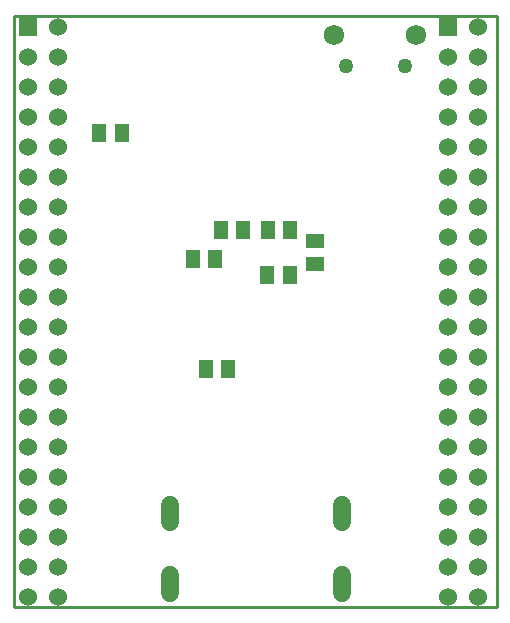
<source format=gbs>
G75*
%MOIN*%
%OFA0B0*%
%FSLAX24Y24*%
%IPPOS*%
%LPD*%
%AMOC8*
5,1,8,0,0,1.08239X$1,22.5*
%
%ADD10C,0.0100*%
%ADD11C,0.0600*%
%ADD12R,0.0600X0.0600*%
%ADD13C,0.0590*%
%ADD14C,0.0000*%
%ADD15C,0.0354*%
%ADD16R,0.0512X0.0591*%
%ADD17R,0.0591X0.0512*%
%ADD18C,0.0679*%
%ADD19C,0.0502*%
D10*
X004503Y002292D02*
X004503Y021967D01*
X020603Y021967D01*
X020603Y002292D01*
X004503Y002292D01*
D11*
X004995Y002616D03*
X004995Y003616D03*
X005995Y003616D03*
X005995Y002616D03*
X005995Y004616D03*
X004995Y004616D03*
X004995Y005616D03*
X004995Y006616D03*
X005995Y006616D03*
X005995Y005616D03*
X005995Y007616D03*
X004995Y007616D03*
X004995Y008616D03*
X004995Y009616D03*
X005995Y009616D03*
X005995Y008616D03*
X005995Y010616D03*
X004995Y010616D03*
X004995Y011616D03*
X005995Y011616D03*
X005995Y012616D03*
X004995Y012616D03*
X004995Y013616D03*
X004995Y014616D03*
X005995Y014616D03*
X005995Y013616D03*
X005995Y015616D03*
X004995Y015616D03*
X004995Y016616D03*
X004995Y017616D03*
X005995Y017616D03*
X005995Y016616D03*
X005995Y018616D03*
X004995Y018616D03*
X004995Y019616D03*
X004995Y020616D03*
X005995Y020616D03*
X005995Y019616D03*
X005995Y021616D03*
X018995Y020616D03*
X018995Y019616D03*
X018995Y018616D03*
X019995Y018616D03*
X019995Y019616D03*
X019995Y020616D03*
X019995Y021616D03*
X019995Y017616D03*
X018995Y017616D03*
X018995Y016616D03*
X018995Y015616D03*
X019995Y015616D03*
X019995Y016616D03*
X019995Y014616D03*
X018995Y014616D03*
X018995Y013616D03*
X018995Y012616D03*
X019995Y012616D03*
X019995Y013616D03*
X019995Y011616D03*
X018995Y011616D03*
X018995Y010616D03*
X019995Y010616D03*
X019995Y009616D03*
X018995Y009616D03*
X018995Y008616D03*
X018995Y007616D03*
X019995Y007616D03*
X019995Y008616D03*
X019995Y006616D03*
X018995Y006616D03*
X018995Y005616D03*
X018995Y004616D03*
X019995Y004616D03*
X019995Y005616D03*
X019995Y003616D03*
X018995Y003616D03*
X018995Y002616D03*
X019995Y002616D03*
D12*
X018995Y021616D03*
X004995Y021616D03*
D13*
X009724Y005697D02*
X009724Y005107D01*
X009724Y003351D02*
X009724Y002761D01*
X015432Y002761D02*
X015432Y003351D01*
X015432Y005107D02*
X015432Y005697D01*
D14*
X015255Y005697D02*
X015257Y005723D01*
X015263Y005749D01*
X015273Y005774D01*
X015286Y005797D01*
X015302Y005817D01*
X015322Y005835D01*
X015344Y005850D01*
X015367Y005862D01*
X015393Y005870D01*
X015419Y005874D01*
X015445Y005874D01*
X015471Y005870D01*
X015497Y005862D01*
X015521Y005850D01*
X015542Y005835D01*
X015562Y005817D01*
X015578Y005797D01*
X015591Y005774D01*
X015601Y005749D01*
X015607Y005723D01*
X015609Y005697D01*
X015607Y005671D01*
X015601Y005645D01*
X015591Y005620D01*
X015578Y005597D01*
X015562Y005577D01*
X015542Y005559D01*
X015520Y005544D01*
X015497Y005532D01*
X015471Y005524D01*
X015445Y005520D01*
X015419Y005520D01*
X015393Y005524D01*
X015367Y005532D01*
X015343Y005544D01*
X015322Y005559D01*
X015302Y005577D01*
X015286Y005597D01*
X015273Y005620D01*
X015263Y005645D01*
X015257Y005671D01*
X015255Y005697D01*
X015255Y005520D02*
X015257Y005546D01*
X015263Y005572D01*
X015273Y005597D01*
X015286Y005620D01*
X015302Y005640D01*
X015322Y005658D01*
X015344Y005673D01*
X015367Y005685D01*
X015393Y005693D01*
X015419Y005697D01*
X015445Y005697D01*
X015471Y005693D01*
X015497Y005685D01*
X015521Y005673D01*
X015542Y005658D01*
X015562Y005640D01*
X015578Y005620D01*
X015591Y005597D01*
X015601Y005572D01*
X015607Y005546D01*
X015609Y005520D01*
X015607Y005494D01*
X015601Y005468D01*
X015591Y005443D01*
X015578Y005420D01*
X015562Y005400D01*
X015542Y005382D01*
X015520Y005367D01*
X015497Y005355D01*
X015471Y005347D01*
X015445Y005343D01*
X015419Y005343D01*
X015393Y005347D01*
X015367Y005355D01*
X015343Y005367D01*
X015322Y005382D01*
X015302Y005400D01*
X015286Y005420D01*
X015273Y005443D01*
X015263Y005468D01*
X015257Y005494D01*
X015255Y005520D01*
X015255Y005284D02*
X015257Y005310D01*
X015263Y005336D01*
X015273Y005361D01*
X015286Y005384D01*
X015302Y005404D01*
X015322Y005422D01*
X015344Y005437D01*
X015367Y005449D01*
X015393Y005457D01*
X015419Y005461D01*
X015445Y005461D01*
X015471Y005457D01*
X015497Y005449D01*
X015521Y005437D01*
X015542Y005422D01*
X015562Y005404D01*
X015578Y005384D01*
X015591Y005361D01*
X015601Y005336D01*
X015607Y005310D01*
X015609Y005284D01*
X015607Y005258D01*
X015601Y005232D01*
X015591Y005207D01*
X015578Y005184D01*
X015562Y005164D01*
X015542Y005146D01*
X015520Y005131D01*
X015497Y005119D01*
X015471Y005111D01*
X015445Y005107D01*
X015419Y005107D01*
X015393Y005111D01*
X015367Y005119D01*
X015343Y005131D01*
X015322Y005146D01*
X015302Y005164D01*
X015286Y005184D01*
X015273Y005207D01*
X015263Y005232D01*
X015257Y005258D01*
X015255Y005284D01*
X015255Y005107D02*
X015257Y005133D01*
X015263Y005159D01*
X015273Y005184D01*
X015286Y005207D01*
X015302Y005227D01*
X015322Y005245D01*
X015344Y005260D01*
X015367Y005272D01*
X015393Y005280D01*
X015419Y005284D01*
X015445Y005284D01*
X015471Y005280D01*
X015497Y005272D01*
X015521Y005260D01*
X015542Y005245D01*
X015562Y005227D01*
X015578Y005207D01*
X015591Y005184D01*
X015601Y005159D01*
X015607Y005133D01*
X015609Y005107D01*
X015607Y005081D01*
X015601Y005055D01*
X015591Y005030D01*
X015578Y005007D01*
X015562Y004987D01*
X015542Y004969D01*
X015520Y004954D01*
X015497Y004942D01*
X015471Y004934D01*
X015445Y004930D01*
X015419Y004930D01*
X015393Y004934D01*
X015367Y004942D01*
X015343Y004954D01*
X015322Y004969D01*
X015302Y004987D01*
X015286Y005007D01*
X015273Y005030D01*
X015263Y005055D01*
X015257Y005081D01*
X015255Y005107D01*
X015255Y003355D02*
X015257Y003381D01*
X015263Y003407D01*
X015273Y003432D01*
X015286Y003455D01*
X015302Y003475D01*
X015322Y003493D01*
X015344Y003508D01*
X015367Y003520D01*
X015393Y003528D01*
X015419Y003532D01*
X015445Y003532D01*
X015471Y003528D01*
X015497Y003520D01*
X015521Y003508D01*
X015542Y003493D01*
X015562Y003475D01*
X015578Y003455D01*
X015591Y003432D01*
X015601Y003407D01*
X015607Y003381D01*
X015609Y003355D01*
X015607Y003329D01*
X015601Y003303D01*
X015591Y003278D01*
X015578Y003255D01*
X015562Y003235D01*
X015542Y003217D01*
X015520Y003202D01*
X015497Y003190D01*
X015471Y003182D01*
X015445Y003178D01*
X015419Y003178D01*
X015393Y003182D01*
X015367Y003190D01*
X015343Y003202D01*
X015322Y003217D01*
X015302Y003235D01*
X015286Y003255D01*
X015273Y003278D01*
X015263Y003303D01*
X015257Y003329D01*
X015255Y003355D01*
X015255Y003178D02*
X015257Y003204D01*
X015263Y003230D01*
X015273Y003255D01*
X015286Y003278D01*
X015302Y003298D01*
X015322Y003316D01*
X015344Y003331D01*
X015367Y003343D01*
X015393Y003351D01*
X015419Y003355D01*
X015445Y003355D01*
X015471Y003351D01*
X015497Y003343D01*
X015521Y003331D01*
X015542Y003316D01*
X015562Y003298D01*
X015578Y003278D01*
X015591Y003255D01*
X015601Y003230D01*
X015607Y003204D01*
X015609Y003178D01*
X015607Y003152D01*
X015601Y003126D01*
X015591Y003101D01*
X015578Y003078D01*
X015562Y003058D01*
X015542Y003040D01*
X015520Y003025D01*
X015497Y003013D01*
X015471Y003005D01*
X015445Y003001D01*
X015419Y003001D01*
X015393Y003005D01*
X015367Y003013D01*
X015343Y003025D01*
X015322Y003040D01*
X015302Y003058D01*
X015286Y003078D01*
X015273Y003101D01*
X015263Y003126D01*
X015257Y003152D01*
X015255Y003178D01*
X015255Y002941D02*
X015257Y002967D01*
X015263Y002993D01*
X015273Y003018D01*
X015286Y003041D01*
X015302Y003061D01*
X015322Y003079D01*
X015344Y003094D01*
X015367Y003106D01*
X015393Y003114D01*
X015419Y003118D01*
X015445Y003118D01*
X015471Y003114D01*
X015497Y003106D01*
X015521Y003094D01*
X015542Y003079D01*
X015562Y003061D01*
X015578Y003041D01*
X015591Y003018D01*
X015601Y002993D01*
X015607Y002967D01*
X015609Y002941D01*
X015607Y002915D01*
X015601Y002889D01*
X015591Y002864D01*
X015578Y002841D01*
X015562Y002821D01*
X015542Y002803D01*
X015520Y002788D01*
X015497Y002776D01*
X015471Y002768D01*
X015445Y002764D01*
X015419Y002764D01*
X015393Y002768D01*
X015367Y002776D01*
X015343Y002788D01*
X015322Y002803D01*
X015302Y002821D01*
X015286Y002841D01*
X015273Y002864D01*
X015263Y002889D01*
X015257Y002915D01*
X015255Y002941D01*
X015255Y002764D02*
X015257Y002790D01*
X015263Y002816D01*
X015273Y002841D01*
X015286Y002864D01*
X015302Y002884D01*
X015322Y002902D01*
X015344Y002917D01*
X015367Y002929D01*
X015393Y002937D01*
X015419Y002941D01*
X015445Y002941D01*
X015471Y002937D01*
X015497Y002929D01*
X015521Y002917D01*
X015542Y002902D01*
X015562Y002884D01*
X015578Y002864D01*
X015591Y002841D01*
X015601Y002816D01*
X015607Y002790D01*
X015609Y002764D01*
X015607Y002738D01*
X015601Y002712D01*
X015591Y002687D01*
X015578Y002664D01*
X015562Y002644D01*
X015542Y002626D01*
X015520Y002611D01*
X015497Y002599D01*
X015471Y002591D01*
X015445Y002587D01*
X015419Y002587D01*
X015393Y002591D01*
X015367Y002599D01*
X015343Y002611D01*
X015322Y002626D01*
X015302Y002644D01*
X015286Y002664D01*
X015273Y002687D01*
X015263Y002712D01*
X015257Y002738D01*
X015255Y002764D01*
X009547Y002764D02*
X009549Y002790D01*
X009555Y002816D01*
X009565Y002841D01*
X009578Y002864D01*
X009594Y002884D01*
X009614Y002902D01*
X009636Y002917D01*
X009659Y002929D01*
X009685Y002937D01*
X009711Y002941D01*
X009737Y002941D01*
X009763Y002937D01*
X009789Y002929D01*
X009813Y002917D01*
X009834Y002902D01*
X009854Y002884D01*
X009870Y002864D01*
X009883Y002841D01*
X009893Y002816D01*
X009899Y002790D01*
X009901Y002764D01*
X009899Y002738D01*
X009893Y002712D01*
X009883Y002687D01*
X009870Y002664D01*
X009854Y002644D01*
X009834Y002626D01*
X009812Y002611D01*
X009789Y002599D01*
X009763Y002591D01*
X009737Y002587D01*
X009711Y002587D01*
X009685Y002591D01*
X009659Y002599D01*
X009635Y002611D01*
X009614Y002626D01*
X009594Y002644D01*
X009578Y002664D01*
X009565Y002687D01*
X009555Y002712D01*
X009549Y002738D01*
X009547Y002764D01*
X009547Y002941D02*
X009549Y002967D01*
X009555Y002993D01*
X009565Y003018D01*
X009578Y003041D01*
X009594Y003061D01*
X009614Y003079D01*
X009636Y003094D01*
X009659Y003106D01*
X009685Y003114D01*
X009711Y003118D01*
X009737Y003118D01*
X009763Y003114D01*
X009789Y003106D01*
X009813Y003094D01*
X009834Y003079D01*
X009854Y003061D01*
X009870Y003041D01*
X009883Y003018D01*
X009893Y002993D01*
X009899Y002967D01*
X009901Y002941D01*
X009899Y002915D01*
X009893Y002889D01*
X009883Y002864D01*
X009870Y002841D01*
X009854Y002821D01*
X009834Y002803D01*
X009812Y002788D01*
X009789Y002776D01*
X009763Y002768D01*
X009737Y002764D01*
X009711Y002764D01*
X009685Y002768D01*
X009659Y002776D01*
X009635Y002788D01*
X009614Y002803D01*
X009594Y002821D01*
X009578Y002841D01*
X009565Y002864D01*
X009555Y002889D01*
X009549Y002915D01*
X009547Y002941D01*
X009547Y003178D02*
X009549Y003204D01*
X009555Y003230D01*
X009565Y003255D01*
X009578Y003278D01*
X009594Y003298D01*
X009614Y003316D01*
X009636Y003331D01*
X009659Y003343D01*
X009685Y003351D01*
X009711Y003355D01*
X009737Y003355D01*
X009763Y003351D01*
X009789Y003343D01*
X009813Y003331D01*
X009834Y003316D01*
X009854Y003298D01*
X009870Y003278D01*
X009883Y003255D01*
X009893Y003230D01*
X009899Y003204D01*
X009901Y003178D01*
X009899Y003152D01*
X009893Y003126D01*
X009883Y003101D01*
X009870Y003078D01*
X009854Y003058D01*
X009834Y003040D01*
X009812Y003025D01*
X009789Y003013D01*
X009763Y003005D01*
X009737Y003001D01*
X009711Y003001D01*
X009685Y003005D01*
X009659Y003013D01*
X009635Y003025D01*
X009614Y003040D01*
X009594Y003058D01*
X009578Y003078D01*
X009565Y003101D01*
X009555Y003126D01*
X009549Y003152D01*
X009547Y003178D01*
X009547Y003355D02*
X009549Y003381D01*
X009555Y003407D01*
X009565Y003432D01*
X009578Y003455D01*
X009594Y003475D01*
X009614Y003493D01*
X009636Y003508D01*
X009659Y003520D01*
X009685Y003528D01*
X009711Y003532D01*
X009737Y003532D01*
X009763Y003528D01*
X009789Y003520D01*
X009813Y003508D01*
X009834Y003493D01*
X009854Y003475D01*
X009870Y003455D01*
X009883Y003432D01*
X009893Y003407D01*
X009899Y003381D01*
X009901Y003355D01*
X009899Y003329D01*
X009893Y003303D01*
X009883Y003278D01*
X009870Y003255D01*
X009854Y003235D01*
X009834Y003217D01*
X009812Y003202D01*
X009789Y003190D01*
X009763Y003182D01*
X009737Y003178D01*
X009711Y003178D01*
X009685Y003182D01*
X009659Y003190D01*
X009635Y003202D01*
X009614Y003217D01*
X009594Y003235D01*
X009578Y003255D01*
X009565Y003278D01*
X009555Y003303D01*
X009549Y003329D01*
X009547Y003355D01*
X009547Y005107D02*
X009549Y005133D01*
X009555Y005159D01*
X009565Y005184D01*
X009578Y005207D01*
X009594Y005227D01*
X009614Y005245D01*
X009636Y005260D01*
X009659Y005272D01*
X009685Y005280D01*
X009711Y005284D01*
X009737Y005284D01*
X009763Y005280D01*
X009789Y005272D01*
X009813Y005260D01*
X009834Y005245D01*
X009854Y005227D01*
X009870Y005207D01*
X009883Y005184D01*
X009893Y005159D01*
X009899Y005133D01*
X009901Y005107D01*
X009899Y005081D01*
X009893Y005055D01*
X009883Y005030D01*
X009870Y005007D01*
X009854Y004987D01*
X009834Y004969D01*
X009812Y004954D01*
X009789Y004942D01*
X009763Y004934D01*
X009737Y004930D01*
X009711Y004930D01*
X009685Y004934D01*
X009659Y004942D01*
X009635Y004954D01*
X009614Y004969D01*
X009594Y004987D01*
X009578Y005007D01*
X009565Y005030D01*
X009555Y005055D01*
X009549Y005081D01*
X009547Y005107D01*
X009547Y005284D02*
X009549Y005310D01*
X009555Y005336D01*
X009565Y005361D01*
X009578Y005384D01*
X009594Y005404D01*
X009614Y005422D01*
X009636Y005437D01*
X009659Y005449D01*
X009685Y005457D01*
X009711Y005461D01*
X009737Y005461D01*
X009763Y005457D01*
X009789Y005449D01*
X009813Y005437D01*
X009834Y005422D01*
X009854Y005404D01*
X009870Y005384D01*
X009883Y005361D01*
X009893Y005336D01*
X009899Y005310D01*
X009901Y005284D01*
X009899Y005258D01*
X009893Y005232D01*
X009883Y005207D01*
X009870Y005184D01*
X009854Y005164D01*
X009834Y005146D01*
X009812Y005131D01*
X009789Y005119D01*
X009763Y005111D01*
X009737Y005107D01*
X009711Y005107D01*
X009685Y005111D01*
X009659Y005119D01*
X009635Y005131D01*
X009614Y005146D01*
X009594Y005164D01*
X009578Y005184D01*
X009565Y005207D01*
X009555Y005232D01*
X009549Y005258D01*
X009547Y005284D01*
X009547Y005520D02*
X009549Y005546D01*
X009555Y005572D01*
X009565Y005597D01*
X009578Y005620D01*
X009594Y005640D01*
X009614Y005658D01*
X009636Y005673D01*
X009659Y005685D01*
X009685Y005693D01*
X009711Y005697D01*
X009737Y005697D01*
X009763Y005693D01*
X009789Y005685D01*
X009813Y005673D01*
X009834Y005658D01*
X009854Y005640D01*
X009870Y005620D01*
X009883Y005597D01*
X009893Y005572D01*
X009899Y005546D01*
X009901Y005520D01*
X009899Y005494D01*
X009893Y005468D01*
X009883Y005443D01*
X009870Y005420D01*
X009854Y005400D01*
X009834Y005382D01*
X009812Y005367D01*
X009789Y005355D01*
X009763Y005347D01*
X009737Y005343D01*
X009711Y005343D01*
X009685Y005347D01*
X009659Y005355D01*
X009635Y005367D01*
X009614Y005382D01*
X009594Y005400D01*
X009578Y005420D01*
X009565Y005443D01*
X009555Y005468D01*
X009549Y005494D01*
X009547Y005520D01*
X009547Y005697D02*
X009549Y005723D01*
X009555Y005749D01*
X009565Y005774D01*
X009578Y005797D01*
X009594Y005817D01*
X009614Y005835D01*
X009636Y005850D01*
X009659Y005862D01*
X009685Y005870D01*
X009711Y005874D01*
X009737Y005874D01*
X009763Y005870D01*
X009789Y005862D01*
X009813Y005850D01*
X009834Y005835D01*
X009854Y005817D01*
X009870Y005797D01*
X009883Y005774D01*
X009893Y005749D01*
X009899Y005723D01*
X009901Y005697D01*
X009899Y005671D01*
X009893Y005645D01*
X009883Y005620D01*
X009870Y005597D01*
X009854Y005577D01*
X009834Y005559D01*
X009812Y005544D01*
X009789Y005532D01*
X009763Y005524D01*
X009737Y005520D01*
X009711Y005520D01*
X009685Y005524D01*
X009659Y005532D01*
X009635Y005544D01*
X009614Y005559D01*
X009594Y005577D01*
X009578Y005597D01*
X009565Y005620D01*
X009555Y005645D01*
X009549Y005671D01*
X009547Y005697D01*
D15*
X009724Y005697D03*
X009724Y005520D03*
X009724Y005284D03*
X009724Y005107D03*
X009724Y003355D03*
X009724Y003178D03*
X009724Y002941D03*
X009724Y002764D03*
X015432Y002764D03*
X015432Y002941D03*
X015432Y003178D03*
X015432Y003355D03*
X015432Y005107D03*
X015432Y005284D03*
X015432Y005520D03*
X015432Y005697D03*
D16*
X011652Y010217D03*
X010904Y010217D03*
X012959Y013362D03*
X013707Y013362D03*
X013727Y014842D03*
X012979Y014842D03*
X012152Y014842D03*
X011404Y014842D03*
X011227Y013892D03*
X010479Y013892D03*
X008102Y018092D03*
X007354Y018092D03*
D17*
X014553Y014466D03*
X014553Y013718D03*
D18*
X015175Y021342D03*
X017931Y021342D03*
D19*
X017537Y020309D03*
X015569Y020309D03*
M02*

</source>
